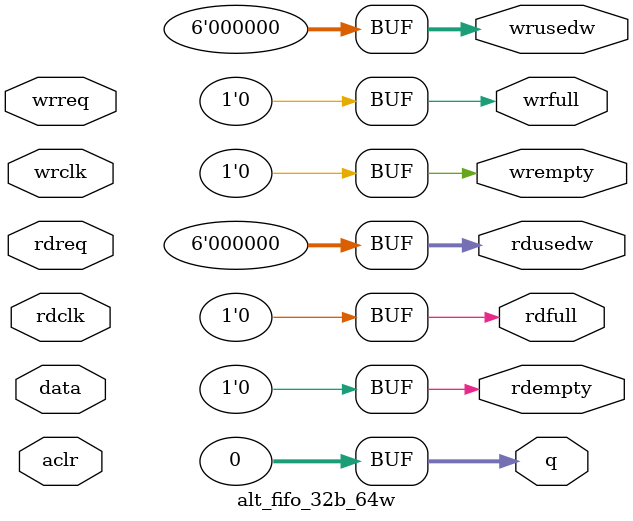
<source format=v>
module alt_fifo_32b_64w(	// file.cleaned.mlir:2:3
  input         aclr,	// file.cleaned.mlir:2:34
  input  [31:0] data,	// file.cleaned.mlir:2:49
  input         rdclk,	// file.cleaned.mlir:2:65
                rdreq,	// file.cleaned.mlir:2:81
                wrclk,	// file.cleaned.mlir:2:97
                wrreq,	// file.cleaned.mlir:2:113
  output [31:0] q,	// file.cleaned.mlir:2:130
  output        rdempty,	// file.cleaned.mlir:2:143
                rdfull,	// file.cleaned.mlir:2:161
  output [5:0]  rdusedw,	// file.cleaned.mlir:2:178
  output        wrempty,	// file.cleaned.mlir:2:196
                wrfull,	// file.cleaned.mlir:2:214
  output [5:0]  wrusedw	// file.cleaned.mlir:2:231
);

  assign q = 32'h0;	// file.cleaned.mlir:3:15, :6:5
  assign rdempty = 1'h0;	// file.cleaned.mlir:4:14, :6:5
  assign rdfull = 1'h0;	// file.cleaned.mlir:4:14, :6:5
  assign rdusedw = 6'h0;	// file.cleaned.mlir:5:14, :6:5
  assign wrempty = 1'h0;	// file.cleaned.mlir:4:14, :6:5
  assign wrfull = 1'h0;	// file.cleaned.mlir:4:14, :6:5
  assign wrusedw = 6'h0;	// file.cleaned.mlir:5:14, :6:5
endmodule


</source>
